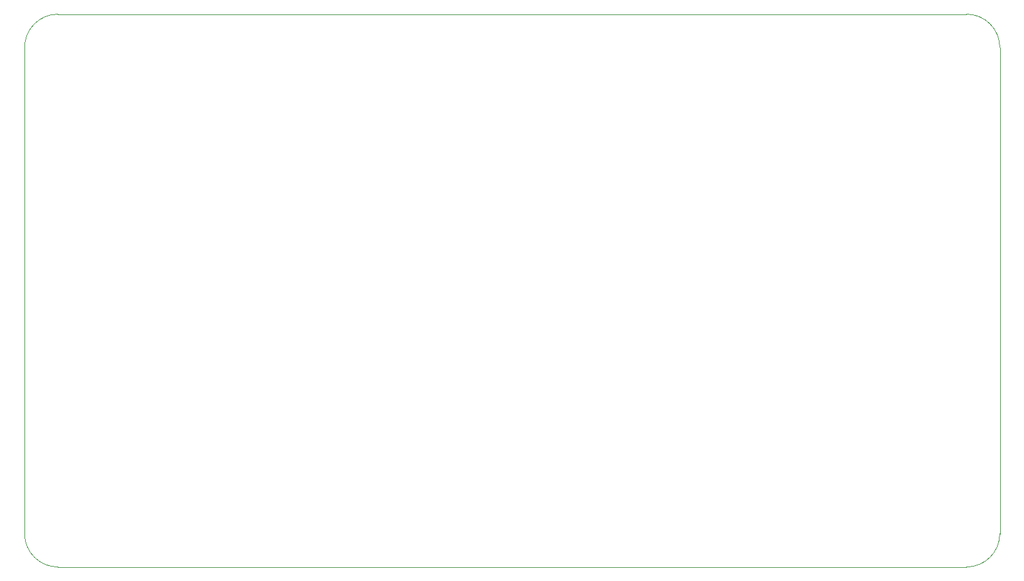
<source format=gbr>
G04 #@! TF.GenerationSoftware,KiCad,Pcbnew,(6.0.0)*
G04 #@! TF.CreationDate,2022-12-30T16:33:39+01:00*
G04 #@! TF.ProjectId,Test Stand PCB,54657374-2053-4746-916e-64205043422e,rev?*
G04 #@! TF.SameCoordinates,Original*
G04 #@! TF.FileFunction,Profile,NP*
%FSLAX46Y46*%
G04 Gerber Fmt 4.6, Leading zero omitted, Abs format (unit mm)*
G04 Created by KiCad (PCBNEW (6.0.0)) date 2022-12-30 16:33:39*
%MOMM*%
%LPD*%
G01*
G04 APERTURE LIST*
G04 #@! TA.AperFunction,Profile*
%ADD10C,0.050000*%
G04 #@! TD*
G04 APERTURE END LIST*
D10*
X173535000Y-44595000D02*
X173535000Y-41195000D01*
X173535000Y-44595000D02*
X173535000Y-100895000D01*
X173535000Y-41195000D02*
G75*
G03*
X169035000Y-36695000I-4500000J0D01*
G01*
X173535000Y-100895000D02*
X173535000Y-106795000D01*
X167435000Y-111295000D02*
X169035000Y-111295000D01*
X41935000Y-42045000D02*
X41935000Y-41195000D01*
X46435000Y-36695000D02*
X169035000Y-36695000D01*
X46435000Y-36695000D02*
G75*
G03*
X41935000Y-41195000I0J-4500000D01*
G01*
X41935000Y-106795000D02*
X41935000Y-105795000D01*
X46435000Y-111295000D02*
X50935000Y-111295000D01*
X41935000Y-106795000D02*
G75*
G03*
X46435000Y-111295000I4500000J0D01*
G01*
X169035000Y-111295000D02*
G75*
G03*
X173535000Y-106795000I0J4500000D01*
G01*
X41935000Y-42045000D02*
X41935000Y-105795000D01*
X50935000Y-111295000D02*
X167435000Y-111295000D01*
M02*

</source>
